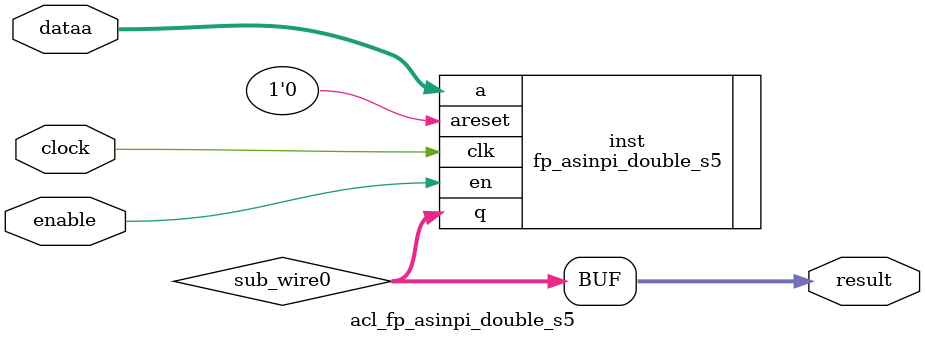
<source format=v>
`timescale 1 ps / 1 ps
module acl_fp_asinpi_double_s5 (
	enable,
	clock,
	dataa,
	result);

	input	  enable;
	input	  clock;
	input	[63:0]  dataa;
	output	[63:0]  result;

	wire [63:0] sub_wire0;
	wire [63:0] result = sub_wire0[63:0];

  fp_asinpi_double_s5 inst(
        .a(dataa),
        .en(enable),
        .q(sub_wire0),
        .clk(clock),
        .areset(1'b0)
        );

endmodule

</source>
